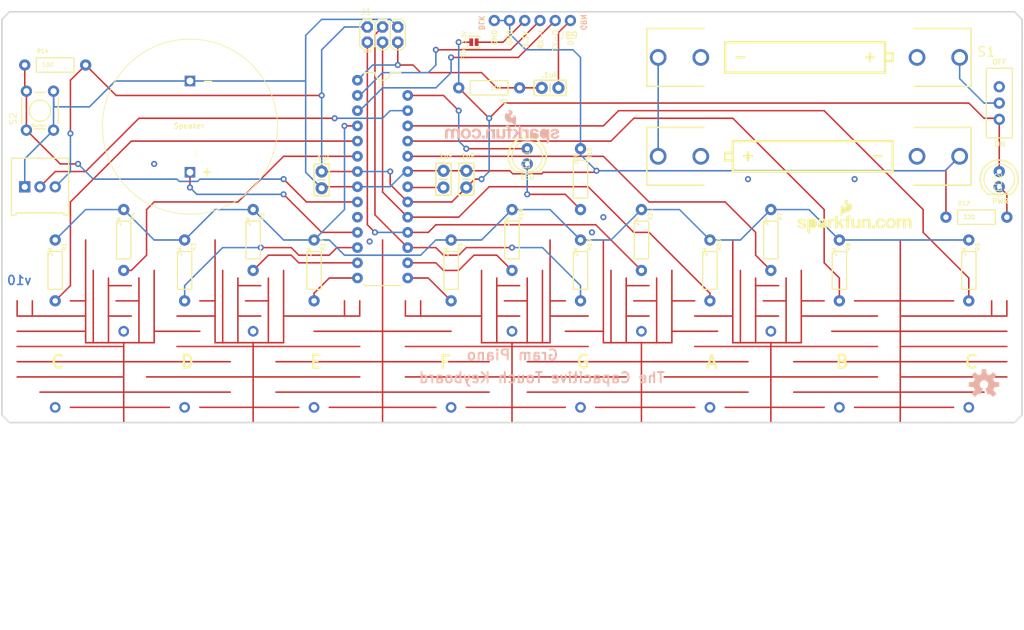
<source format=kicad_pcb>
(kicad_pcb (version 20211014) (generator pcbnew)
  (layers (0 "F.Cu" signal) (31 "B.Cu" signal) (34 "B.Paste" user) (35 "F.Paste" user) (36 "B.SilkS" user "B.Silkscreen") (37 "F.SilkS" user "F.Silkscreen") (38 "B.Mask" user) (39 "F.Mask" user) (44 "Edge.Cuts" user))
  (net 0 "")
  (net 1 "GND")
  (net 2 "AREF")
  (net 3 "RESET")
  (net 4 "SCK")
  (net 5 "MISO")
  (net 6 "MOSI")
  (net 7 "RX-I")
  (net 8 "TX-O")
  (net 9 "DTR")
  (net 10 "D6")
  (net 11 "D10")
  (net 12 "D9")
  (net 13 "D8")
  (net 14 "D7")
  (net 15 "D3")
  (net 16 "A0")
  (net 17 "A1")
  (net 18 "A2")
  (net 19 "D4")
  (net 20 "D2")
  (net 21 "VBATT")
  (net 22 "A3")
  (net 23 "A4")
  (net 24 "N$5")
  (net 25 "N$3")
  (net 26 "SPEAKER")
  (net 27 "BUTTON")
  (net 28 "3.3V")
  (net 29 "N$1")
  (net 30 "JP3.3")
  (net 31 "N$2")
  (footprint "boardEagle:AXIAL-0.4" (layer "F.Cu") (at 144.691286 83.4136 180)
    (fp_text reference "R2")
    (fp_text value "10K")
  )
  (footprint "boardEagle:PCB_MOUNT_SPEAKER" (layer "F.Cu") (at 94.780286 89.8906 90)
    (fp_text reference "SP1")
    (fp_text value "SPEAKERPCB_MOUNT")
  )
  (footprint "boardEagle:AXIAL-0.4" (layer "F.Cu") (at 93.891286 113.8936 -90)
    (fp_text reference "R3")
    (fp_text value "2M")
  )
  (footprint "boardEagle:AXIAL-0.4" (layer "F.Cu") (at 83.731286 108.8136 -90)
    (fp_text reference "R4")
    (fp_text value "2M")
  )
  (footprint "boardEagle:CAP-PTH-SMALL-KIT" (layer "F.Cu") (at 137.071286 98.6536 -90)
    (fp_text reference "C1" hide)
    (fp_text value "0.1uF" hide)
  )
  (footprint "boardEagle:CAP-PTH-SMALL-KIT" (layer "F.Cu") (at 140.881286 98.6536 90)
    (fp_text reference "C10" hide)
    (fp_text value "0.1uF" hide)
  )
  (footprint "boardEagle:STAND-OFF" (layer "F.Cu") (at 65.951286 136.7536)
    (fp_text reference "STANDOFF3" hide)
    (fp_text value "STAND-OFF" hide)
  )
  (footprint "boardEagle:AXIAL-0.4" (layer "F.Cu") (at 148.501286 108.8136 -90)
    (fp_text reference "R18")
    (fp_text value "2M")
  )
  (footprint "boardEagle:AXIAL-0.4" (layer "F.Cu") (at 170.091286 108.8136 -90)
    (fp_text reference "R21")
    (fp_text value "2M")
  )
  (footprint "boardEagle:STAND-OFF" (layer "F.Cu") (at 231.051286 73.2536)
    (fp_text reference "STANDOFF1" hide)
    (fp_text value "STAND-OFF" hide)
  )
  (footprint "boardEagle:3386U" (layer "F.Cu") (at 69.761286 99.9236)
    (fp_text reference "R11" hide)
    (fp_text value "TRIMPOT-PTH-KNOB" hide)
  )
  (footprint "boardEagle:SFE-NEW-WEBLOGO" (layer "F.Cu") (at 196.126286 107.7976)
    (fp_text reference "LOGO1" hide)
    (fp_text value "LOGO-SFENEW" hide)
  )
  (footprint "boardEagle:AXIAL-0.4" (layer "F.Cu") (at 181.521286 113.8936 -90)
    (fp_text reference "R20")
    (fp_text value "2M")
  )
  (footprint "boardEagle:AXIAL-0.4" (layer "F.Cu") (at 72.301286 79.6036)
    (fp_text reference "R14")
    (fp_text value "10K")
  )
  (footprint "boardEagle:SWITCH-SPDT_KIT" (layer "F.Cu") (at 229.781286 85.9536)
    (fp_text reference "S1")
    (fp_text value "")
  )
  (footprint "boardEagle:AXIAL-0.4" (layer "F.Cu") (at 203.111286 113.8936 -90)
    (fp_text reference "R8")
    (fp_text value "2M")
  )
  (footprint "boardEagle:AXIAL-0.4" (layer "F.Cu") (at 138.341286 113.8936 -90)
    (fp_text reference "R6")
    (fp_text value "2M")
  )
  (footprint "boardEagle:STAND-OFF" (layer "F.Cu") (at 65.951286 73.2536)
    (fp_text reference "STANDOFF4" hide)
    (fp_text value "STAND-OFF" hide)
  )
  (footprint "boardEagle:AXIAL-0.4" (layer "F.Cu") (at 191.681286 108.8136 -90)
    (fp_text reference "R7")
    (fp_text value "2M")
  )
  (footprint "boardEagle:BATTERY-AA-KIT" (layer "F.Cu") (at 198.031286 94.8436)
    (fp_text reference "BAT2" hide)
    (fp_text value "" hide)
  )
  (footprint "boardEagle:TACTILE-PTH" (layer "F.Cu") (at 69.761286 87.2236 90)
    (fp_text reference "S2")
    (fp_text value "" hide)
  )
  (footprint "boardEagle:AXIAL-0.4" (layer "F.Cu") (at 225.971286 105.0036)
    (fp_text reference "R12")
    (fp_text value "330")
  )
  (footprint "boardEagle:AXIAL-0.4" (layer "F.Cu") (at 159.931286 98.6536 -90)
    (fp_text reference "R10")
    (fp_text value "330")
  )
  (footprint "boardEagle:AXIAL-0.4" (layer "F.Cu") (at 72.301286 113.8936 -90)
    (fp_text reference "R1")
    (fp_text value "2M")
  )
  (footprint "boardEagle:CAP-PTH-SMALL-KIT" (layer "F.Cu") (at 154.851286 83.4136 180)
    (fp_text reference "C2" hide)
    (fp_text value "0.1uF" hide)
  )
  (footprint "boardEagle:LED5MM-KIT" (layer "F.Cu") (at 151.041286 94.8436 -90)
    (fp_text reference "LED1")
    (fp_text value "Red")
  )
  (footprint "boardEagle:AXIAL-0.4" (layer "F.Cu") (at 105.321286 108.8136 -90)
    (fp_text reference "R5")
    (fp_text value "2M")
  )
  (footprint "boardEagle:CAP-PTH-SMALL-KIT" (layer "F.Cu") (at 116.751286 98.7806 90)
    (fp_text reference "C3" hide)
    (fp_text value "0.1uF" hide)
  )
  (footprint "boardEagle:AXIAL-0.4" (layer "F.Cu") (at 159.931286 113.8936 -90)
    (fp_text reference "R19")
    (fp_text value "2M")
  )
  (footprint "boardEagle:1X06-KIT" (layer "F.Cu") (at 158.249286 72.1746 180)
    (fp_text reference "JP9")
    (fp_text value "Program")
  )
  (footprint "boardEagle:DIL28-EZ" (layer "F.Cu") (at 126.911286 98.6536 -90)
    (fp_text reference "U3")
    (fp_text value "ATMEGA328P_PDIP_EZ")
  )
  (footprint "boardEagle:AXIAL-0.4" (layer "F.Cu") (at 224.701286 113.8936 -90)
    (fp_text reference "R9")
    (fp_text value "2M")
  )
  (footprint "boardEagle:CREATIVE_COMMONS" (layer "F.Cu") (at 130.721286 172.3136)
    (fp_text reference "FRAME2" hide)
    (fp_text value "FRAME-LETTER" hide)
  )
  (footprint "boardEagle:2X3" (layer "F.Cu") (at 124.371286 75.7936)
    (fp_text reference "J1")
    (fp_text value "AVR_SPI_PRG_6PTH")
  )
  (footprint "boardEagle:BATTERY-AA-KIT" (layer "F.Cu") (at 198.031286 78.3336 180)
    (fp_text reference "BAT1" hide)
    (fp_text value "" hide)
  )
  (footprint "boardEagle:LED5MM-KIT" (layer "F.Cu") (at 229.781286 98.6536 -90)
    (fp_text reference "LED2")
    (fp_text value "Red")
  )
  (footprint "boardEagle:STAND-OFF" (layer "F.Cu") (at 231.051286 136.7536)
    (fp_text reference "STANDOFF2" hide)
    (fp_text value "STAND-OFF" hide)
  )
  (footprint "boardEagle:AXIAL-0.4" (layer "F.Cu") (at 115.481286 113.8936 -90)
    (fp_text reference "R17")
    (fp_text value "2M")
  )
  (footprint "boardEagle:SJ_2S-NO" (layer "F.Cu") (at 142.151286 75.7936)
    (fp_text reference "JP1")
    (fp_text value "")
  )
  (footprint "boardEagle:OSHW-LOGO-M" (layer "B.Cu") (at 227.241286 132.9436 180)
    (fp_text reference "LOGO3" hide)
    (fp_text value "OSHW-LOGOM" hide)
  )
  (footprint "boardEagle:SFE-NEW-WEBLOGO" (layer "B.Cu") (at 156.375286 92.8116 180)
    (fp_text reference "LOGO2" hide)
    (fp_text value "LOGO-SFENEW" hide)
  )
  (gr_line (start 232.320914 70.7136) (end 64.681286 70.7136) (layer "Edge.Cuts") (width 0.254))
  (gr_line (start 233.571654 138.029157) (end 233.590914 71.98876) (layer "Edge.Cuts") (width 0.254))
  (gr_line (start 64.681286 139.2936) (end 232.301501 139.2936) (layer "Edge.Cuts") (width 0.254))
  (gr_line (start 233.590914 71.98876) (end 232.320914 70.7136) (layer "Edge.Cuts") (width 0.254))
  (gr_line (start 63.411286 138.0236) (end 64.681286 139.2936) (layer "Edge.Cuts") (width 0.254))
  (gr_line (start 64.681286 70.7136) (end 63.411286 71.9836) (layer "Edge.Cuts") (width 0.254))
  (gr_line (start 232.301501 139.2936) (end 233.571654 138.029157) (layer "Edge.Cuts") (width 0.254))
  (gr_line (start 63.411286 71.9836) (end 63.411286 138.0236) (layer "Edge.Cuts") (width 0.254))
  (gr_text "v10" (at 68.491286 116.4336) (layer "B.Cu") (effects (font (size 1.5113 1.5113) (thickness 0.2667)) (justify left bottom mirror)))
  (gr_text "The Capacitive Touch Keyboard" (at 174.155286 132.8166) (layer "B.SilkS") (effects (font (size 1.7272 1.7272) (thickness 0.3048)) (justify left bottom mirror)))
  (gr_text "GRN" (at 159.931286 73.8886 -90) (layer "B.SilkS") (effects (font (size 0.8636 0.8636) (thickness 0.1524)) (justify left bottom mirror)))
  (gr_text "Gram Piano" (at 156.375286 129.0066) (layer "B.SilkS") (effects (font (size 1.7272 1.7272) (thickness 0.3048)) (justify left bottom mirror)))
  (gr_text "BLK" (at 142.913286 73.8886 -90) (layer "B.SilkS") (effects (font (size 0.8636 0.8636) (thickness 0.1524)) (justify left bottom mirror)))
  (gr_text "OFF" (at 228.511286 79.6036) (layer "F.SilkS") (effects (font (size 0.8636 0.8636) (thickness 0.1524)) (justify left bottom)))
  (gr_text "DTR" (at 158.788286 76.4286 90) (layer "F.SilkS") (effects (font (size 0.8636 0.8636) (thickness 0.1524)) (justify left bottom)))
  (gr_text ".1uF" (at 115.481286 95.6056) (layer "F.SilkS") (effects (font (size 0.8636 0.8636) (thickness 0.1524)) (justify left bottom)))
  (gr_text "GRN" (at 160.947286 73.8886 90) (layer "F.SilkS") (effects (font (size 0.8636 0.8636) (thickness 0.1524)) (justify left bottom)))
  (gr_text "ON" (at 228.892286 93.3196) (layer "F.SilkS") (effects (font (size 0.8636 0.8636) (thickness 0.1524)) (justify left bottom)))
  (gr_text "A" (at 180.632286 130.4036) (layer "F.SilkS") (effects (font (size 2.159 2.159) (thickness 0.381)) (justify left bottom)))
  (gr_text "G" (at 159.042286 130.4036) (layer "F.SilkS") (effects (font (size 2.159 2.159) (thickness 0.381)) (justify left bottom)))
  (gr_text "E" (at 114.592286 130.4036) (layer "F.SilkS") (effects (font (size 2.159 2.159) (thickness 0.381)) (justify left bottom)))
  (gr_text "3.3V" (at 151.295286 76.8731 90) (layer "F.SilkS") (effects (font (size 0.8636 0.8636) (thickness 0.1524)) (justify left bottom)))
  (gr_text "F" (at 136.182286 130.5306) (layer "F.SilkS") (effects (font (size 2.159 2.159) (thickness 0.381)) (justify left bottom)))
  (gr_text "D" (at 93.002286 130.4036) (layer "F.SilkS") (effects (font (size 2.159 2.159) (thickness 0.381)) (justify left bottom)))
  (gr_text "+" (at 96.558286 98.2726) (layer "F.SilkS") (effects (font (size 1.5113 1.5113) (thickness 0.2667)) (justify left bottom)))
  (gr_text "B" (at 202.222286 130.4036) (layer "F.SilkS") (effects (font (size 2.159 2.159) (thickness 0.381)) (justify left bottom)))
  (gr_text "Button" (at 68.364286 90.0176) (layer "F.SilkS") (effects (font (size 0.51816 0.51816) (thickness 0.09144)) (justify left bottom)))
  (gr_text ".1uF" (at 153.327286 81.7626) (layer "F.SilkS") (effects (font (size 0.8636 0.8636) (thickness 0.1524)) (justify left bottom)))
  (gr_text "GND" (at 146.088286 76.4286 90) (layer "F.SilkS") (effects (font (size 0.8636 0.8636) (thickness 0.1524)) (justify left bottom)))
  (gr_text "C" (at 223.812286 130.4036) (layer "F.SilkS") (effects (font (size 2.159 2.159) (thickness 0.381)) (justify left bottom)))
  (gr_text "BLK" (at 143.929286 73.8886 90) (layer "F.SilkS") (effects (font (size 0.8636 0.8636) (thickness 0.1524)) (justify left bottom)))
  (gr_text "Speaker" (at 91.986286 90.2716) (layer "F.SilkS") (effects (font (size 0.8636 0.8636) (thickness 0.1524)) (justify left bottom)))
  (gr_text "-" (at 96.685286 83.1596) (layer "F.SilkS") (effects (font (size 1.5113 1.5113) (thickness 0.2667)) (justify left bottom)))
  (gr_text "TX-O" (at 156.248286 77.3176 90) (layer "F.SilkS") (effects (font (size 0.8636 0.8636) (thickness 0.1524)) (justify left bottom)))
  (gr_text "PWR" (at 228.511286 102.8446) (layer "F.SilkS") (effects (font (size 0.8636 0.8636) (thickness 0.1524)) (justify left bottom)))
  (gr_text ".1uF" (at 139.484286 95.3516) (layer "F.SilkS") (effects (font (size 0.8636 0.8636) (thickness 0.1524)) (justify left bottom)))
  (gr_text "GND" (at 148.628286 76.4286 90) (layer "F.SilkS") (effects (font (size 0.8636 0.8636) (thickness 0.1524)) (justify left bottom)))
  (gr_text "LED" (at 149.771286 98.7806) (layer "F.SilkS") (effects (font (size 0.8636 0.8636) (thickness 0.1524)) (justify left bottom)))
  (gr_text "C" (at 71.412286 130.4036) (layer "F.SilkS") (effects (font (size 2.159 2.159) (thickness 0.381)) (justify left bottom)))
  (gr_text "FTDI 3.3V" (at 140.881286 78.8416 90) (layer "F.SilkS") (effects (font (size 0.69088 0.69088) (thickness 0.12192)) (justify left bottom)))
  (gr_text ".1uF" (at 135.801286 95.3516) (layer "F.SilkS") (effects (font (size 0.8636 0.8636) (thickness 0.1524)) (justify left bottom)))
  (gr_text "RX-I" (at 153.835286 77.0636 90) (layer "F.SilkS") (effects (font (size 0.8636 0.8636) (thickness 0.1524)) (justify left bottom)))
  (segment (start 153.581286 125.9586) (end 151.041286 125.9586) (width 0.254) (layer "F.Cu") (net 1))
  (segment (start 163.741286 124.0536) (end 163.741286 108.8136) (width 0.254) (layer "F.Cu") (net 1))
  (segment (start 163.741286 124.0536) (end 163.741286 125.9586) (width 0.254) (layer "F.Cu") (net 1))
  (segment (start 191.681286 126.5936) (end 178.981286 126.5936) (width 0.254) (layer "F.Cu") (net 1))
  (segment (start 110.401286 121.5136) (end 110.401286 113.8936) (width 0.254) (layer "F.Cu") (net 1))
  (segment (start 189.141286 115.1636) (end 189.141286 116.4336) (width 0.254) (layer "F.Cu") (net 1))
  (segment (start 77.381286 118.9736) (end 74.841286 118.9736) (width 0.254) (layer "F.Cu") (net 1))
  (segment (start 77.381286 121.5136) (end 77.381286 124.0536) (width 0.254) (layer "F.Cu") (net 1))
  (segment (start 107.861286 118.9736) (end 104.051286 118.9736) (width 0.254) (layer "F.Cu") (net 1))
  (segment (start 98.971286 108.8136) (end 98.971286 118.9736) (width 0.254) (layer "F.Cu") (net 1))
  (segment (start 213.271286 118.9736) (end 205.651286 118.9736) (width 0.254) (layer "F.Cu") (net 1))
  (segment (start 68.491286 121.5136) (end 65.951286 121.5136) (width 0.254) (layer "F.Cu") (net 1))
  (segment (start 105.321286 136.7536) (end 112.941286 136.7536) (width 0.254) (layer "F.Cu") (net 1))
  (segment (start 98.971286 118.9736) (end 98.971286 121.5136) (width 0.254) (layer "F.Cu") (net 1))
  (segment (start 191.681286 136.7536) (end 191.681286 139.2936) (width 0.254) (layer "F.Cu") (net 1))
  (segment (start 185.331286 125.9586) (end 186.601286 125.9586) (width 0.254) (layer "F.Cu") (net 1))
  (segment (start 170.091286 136.7536) (end 162.471286 136.7536) (width 0.254) (layer "F.Cu") (net 1))
  (segment (start 77.381286 121.5136) (end 68.491286 121.5136) (width 0.254) (layer "F.Cu") (net 1))
  (segment (start 65.951286 121.5136) (end 65.951286 118.9736) (width 0.254) (layer "F.Cu") (net 1))
  (segment (start 228.511286 121.5136) (end 231.051286 121.5136) (width 0.254) (layer "F.Cu") (net 1))
  (segment (start 143.421286 125.9586) (end 143.421286 121.5136) (width 0.254) (layer "F.Cu") (net 1))
  (segment (start 83.731286 129.1336) (end 83.731286 131.6736) (width 0.254) (layer "F.Cu") (net 1))
  (segment (start 172.631286 118.9736) (end 172.631286 125.9586) (width 0.254) (layer "F.Cu") (net 1))
  (segment (start 196.761286 118.9736) (end 196.761286 121.5136) (width 0.254) (layer "F.Cu") (net 1))
  (segment (start 148.501286 136.7536) (end 148.501286 139.2936) (width 0.254) (layer "F.Cu") (net 1))
  (segment (start 126.911286 136.7536) (end 126.911286 139.2936) (width 0.254) (layer "F.Cu") (net 1))
  (segment (start 126.911286 136.7536) (end 118.021286 136.7536) (width 0.254) (layer "F.Cu") (net 1))
  (segment (start 110.401286 121.5136) (end 120.561286 121.5136) (width 0.254) (layer "F.Cu") (net 1))
  (segment (start 126.911286 124.0536) (end 115.481286 124.0536) (width 0.254) (layer "F.Cu") (net 1))
  (segment (start 172.631286 125.9586) (end 175.171286 125.9586) (width 0.254) (layer "F.Cu") (net 1))
  (segment (start 194.221286 125.9586) (end 194.221286 118.9736) (width 0.254) (layer "F.Cu") (net 1))
  (segment (start 98.971286 121.5136) (end 92.621286 121.5136) (width 0.254) (layer "F.Cu") (net 1))
  (segment (start 105.321286 126.5936) (end 92.621286 126.5936) (width 0.254) (layer "F.Cu") (net 1))
  (segment (start 194.221286 118.9736) (end 194.221286 115.1636) (width 0.254) (layer "F.Cu") (net 1))
  (segment (start 83.731286 129.1336) (end 65.951286 129.1336) (width 0.254) (layer "F.Cu") (net 1))
  (segment (start 191.681286 136.7536) (end 200.571286 136.7536) (width 0.254) (layer "F.Cu") (net 1))
  (segment (start 123.101286 121.5136) (end 123.101286 118.9736) (width 0.254) (layer "F.Cu") (net 1))
  (segment (start 102.781286 125.9586) (end 105.321286 125.9586) (width 0.254) (layer "F.Cu") (net 1))
  (segment (start 105.321286 136.7536) (end 96.431286 136.7536) (width 0.254) (layer "F.Cu") (net 1))
  (segment (start 86.271286 118.9736) (end 86.271286 115.1636) (width 0.254) (layer "F.Cu") (net 1))
  (segment (start 130.721286 121.5136) (end 130.721286 118.9736) (width 0.254) (layer "F.Cu") (net 1))
  (segment (start 167.551286 125.9586) (end 170.091286 125.9586) (width 0.254) (layer "F.Cu") (net 1))
  (segment (start 86.271286 125.9586) (end 86.271286 118.9736) (width 0.254) (layer "F.Cu") (net 1))
  (segment (start 131.229286 97.2566) (end 131.102286 97.3836) (width 0.254) (layer "F.Cu") (net 1))
  (segment (start 83.731286 126.5936) (end 65.951286 126.5936) (width 0.254) (layer "F.Cu") (net 1))
  (segment (start 77.381286 118.9736) (end 77.381286 121.5136) (width 0.254) (layer "F.Cu") (net 1))
  (segment (start 145.961286 121.5136) (end 149.771286 121.5136) (width 0.254) (layer "F.Cu") (net 1))
  (segment (start 189.141286 125.9586) (end 191.681286 125.9586) (width 0.254) (layer "F.Cu") (net 1))
  (segment (start 170.091286 134.2136) (end 151.041286 134.2136) (width 0.254) (layer "F.Cu") (net 1))
  (segment (start 77.381286 124.0536) (end 65.951286 124.0536) (width 0.254) (layer "F.Cu") (net 1))
  (segment (start 170.091286 125.9586) (end 170.091286 129.1336) (width 0.254) (layer "F.Cu") (net 1))
  (segment (start 105.321286 136.7536) (end 105.321286 139.2936) (width 0.254) (layer "F.Cu") (net 1))
  (segment (start 213.271286 136.7536) (end 213.271286 139.2936) (width 0.254) (layer "F.Cu") (net 1))
  (segment (start 81.191286 116.4336) (end 81.191286 115.1636) (width 0.254) (layer "F.Cu") (net 1))
  (segment (start 81.191286 125.9586) (end 81.191286 121.5136) (width 0.254) (layer "F.Cu") (net 1))
  (segment (start 148.501286 126.5936) (end 130.721286 126.5936) (width 0.254) (layer "F.Cu") (net 1))
  (segment (start 165.011286 125.9586) (end 165.011286 113.8936) (width 0.254) (layer "F.Cu") (net 1))
  (segment (start 170.091286 129.1336) (end 151.041286 129.1336) (width 0.254) (layer "F.Cu") (net 1))
  (segment (start 105.321286 131.6736) (end 105.321286 136.7536) (width 0.254) (layer "F.Cu") (net 1))
  (segment (start 83.731286 136.7536) (end 91.351286 136.7536) (width 0.254) (layer "F.Cu") (net 1))
  (segment (start 148.501286 126.5936) (end 148.501286 131.6736) (width 0.254) (layer "F.Cu") (net 1))
  (segment (start 213.271286 129.1336) (end 195.491286 129.1336) (width 0.254) (layer "F.Cu") (net 1))
  (segment (start 133.261286 121.5136) (end 133.261286 118.9736) (width 0.254) (layer "F.Cu") (net 1))
  (segment (start 77.381286 108.8136) (end 77.381286 118.9736) (width 0.254) (layer "F.Cu") (net 1))
  (segment (start 88.811286 124.0536) (end 96.431286 124.0536) (width 0.254) (layer "F.Cu") (net 1))
  (segment (start 213.271286 129.1336) (end 231.051286 129.1336) (width 0.254) (layer "F.Cu") (net 1))
  (segment (start 151.041286 118.9736) (end 147.231286 118.9736) (width 0.254) (layer "F.Cu") (net 1))
  (segment (start 83.731286 126.5936) (end 83.731286 129.1336) (width 0.254) (layer "F.Cu") (net 1))
  (segment (start 137.071286 97.2566) (end 131.229286 97.2566) (width 0.254) (layer "F.Cu") (net 1))
  (segment (start 81.191286 116.4336) (end 85.001286 116.4336) (width 0.254) (layer "F.Cu") (net 1))
  (segment (start 83.731286 129.1336) (end 101.511286 129.1336) (width 0.254) (layer "F.Cu") (net 1))
  (segment (start 143.421286 125.9586) (end 145.961286 125.9586) (width 0.254) (layer "F.Cu") (net 1))
  (segment (start 213.271286 124.0536) (end 201.841286 124.0536) (width 0.254) (layer "F.Cu") (net 1))
  (segment (start 83.731286 136.7536) (end 74.841286 136.7536) (width 0.254) (layer "F.Cu") (net 1))
  (segment (start 148.501286 131.6736) (end 167.551286 131.6736) (width 0.254) (layer "F.Cu") (net 1))
  (segment (start 105.321286 131.6736) (end 123.101286 131.6736) (width 0.254) (layer "F.Cu") (net 1))
  (segment (start 86.271286 125.9586) (end 88.811286 125.9586) (width 0.254) (layer "F.Cu") (net 1))
  (segment (start 213.271286 129.1336) (end 213.271286 131.6736) (width 0.254) (layer "F.Cu") (net 1))
  (segment (start 185.331286 125.9586) (end 185.331286 121.5136) (width 0.254) (layer "F.Cu") (net 1))
  (segment (start 83.731286 134.2136) (end 101.511286 134.2136) (width 0.254) (layer "F.Cu") (net 1))
  (segment (start 122.720286 99.9236) (end 117.005286 99.9236) (width 0.254) (layer "F.Cu") (net 1))
  (segment (start 105.321286 126.5936) (end 123.101286 126.5936) (width 0.254) (layer "F.Cu") (net 1))
  (segment (start 100.241286 125.9586) (end 102.781286 125.9586) (width 0.254) (layer "F.Cu") (net 1))
  (segment (start 145.961286 125.9586) (end 145.961286 121.5136) (width 0.254) (layer "F.Cu") (net 1))
  (segment (start 148.501286 131.6736) (end 130.721286 131.6736) (width 0.254) (layer "F.Cu") (net 1))
  (segment (start 189.141286 121.5136) (end 192.951286 121.5136) (width 0.254) (layer "F.Cu") (net 1))
  (segment (start 191.681286 125.9586) (end 191.681286 126.5936) (width 0.254) (layer "F.Cu") (net 1))
  (segment (start 98.971286 125.9586) (end 100.241286 125.9586) (width 0.254) (layer "F.Cu") (net 1))
  (segment (start 165.011286 125.9586) (end 167.551286 125.9586) (width 0.254) (layer "F.Cu") (net 1))
  (segment (start 194.221286 125.9586) (end 196.761286 125.9586) (width 0.254) (layer "F.Cu") (net 1))
  (segment (start 213.271286 134.2136) (end 227.241286 134.2136) (width 0.254) (layer "F.Cu") (net 1))
  (segment (start 83.731286 125.9586) (end 83.731286 126.5936) (width 0.254) (layer "F.Cu") (net 1))
  (segment (start 77.381286 124.0536) (end 77.381286 125.9586) (width 0.254) (layer "F.Cu") (net 1))
  (segment (start 175.171286 118.9736) (end 178.981286 118.9736) (width 0.254) (layer "F.Cu") (net 1))
  (segment (start 81.191286 121.5136) (end 85.001286 121.5136) (width 0.254) (layer "F.Cu") (net 1))
  (segment (start 191.681286 131.6736) (end 173.901286 131.6736) (width 0.254) (layer "F.Cu") (net 1))
  (segment (start 145.961286 125.9586) (end 148.501286 125.9586) (width 0.254) (layer "F.Cu") (net 1))
  (segment (start 154.851286 121.5136) (end 154.851286 125.9586) (width 0.254) (layer "F.Cu") (net 1))
  (segment (start 213.271286 134.2136) (end 195.491286 134.2136) (width 0.254) (layer "F.Cu") (net 1))
  (segment (start 189.141286 116.4336) (end 192.951286 116.4336) (width 0.254) (layer "F.Cu") (net 1))
  (segment (start 83.731286 134.2136) (end 69.761286 134.2136) (width 0.254) (layer "F.Cu") (net 1))
  (segment (start 88.811286 124.0536) (end 88.811286 113.8936) (width 0.254) (layer "F.Cu") (net 1))
  (segment (start 105.321286 126.5936) (end 105.321286 131.6736) (width 0.254) (layer "F.Cu") (net 1))
  (segment (start 196.761286 121.5136) (end 196.761286 125.9586) (width 0.254) (layer "F.Cu") (net 1))
  (segment (start 126.911286 129.1336) (end 144.691286 129.1336) (width 0.254) (layer "F.Cu") (net 1))
  (segment (start 110.401286 125.9586) (end 110.401286 121.5136) (width 0.254) (layer "F.Cu") (net 1))
  (segment (start 213.271286 126.5936) (end 213.271286 129.1336) (width 0.254) (layer "F.Cu") (net 1))
  (segment (start 81.191286 125.9586) (end 83.731286 125.9586) (width 0.254) (layer "F.Cu") (net 1))
  (segment (start 154.851286 118.9736) (end 154.851286 121.5136) (width 0.254) (layer "F.Cu") (net 1))
  (segment (start 228.511286 121.5136) (end 228.511286 118.9736) (width 0.254) (layer "F.Cu") (net 1))
  (segment (start 186.601286 125.9586) (end 189.141286 125.9586) (width 0.254) (layer "F.Cu") (net 1))
  (segment (start 167.551286 121.5136) (end 167.551286 125.9586) (width 0.254) (layer "F.Cu") (net 1))
  (segment (start 191.681286 131.6736) (end 209.461286 131.6736) (width 0.254) (layer "F.Cu") (net 1))
  (segment (start 170.091286 125.9586) (end 172.631286 125.9586) (width 0.254) (layer "F.Cu") (net 1))
  (segment (start 191.681286 126.5936) (end 209.461286 126.5936) (width 0.254) (layer "F.Cu") (net 1))
  (segment (start 102.781286 125.9586) (end 102.781286 121.5136) (width 0.254) (layer "F.Cu") (net 1))
  (segment (start 148.501286 126.5936) (end 161.201286 126.5936) (width 0.254) (layer "F.Cu") (net 1))
  (segment (start 213.271286 118.9736) (end 222.161286 118.9736) (width 0.254) (layer "F.Cu") (net 1))
  (segment (start 107.861286 125.9586) (end 110.401286 125.9586) (width 0.254) (layer "F.Cu") (net 1))
  (segment (start 143.421286 121.5136) (end 143.421286 113.8936) (width 0.254) (layer "F.Cu") (net 1))
  (segment (start 196.761286 113.8936) (end 196.761286 118.9736) (width 0.254) (layer "F.Cu") (net 1))
  (segment (start 105.321286 125.9586) (end 105.321286 126.5936) (width 0.254) (layer "F.Cu") (net 1))
  (segment (start 77.381286 125.9586) (end 78.651286 125.9586) (width 0.254) (layer "F.Cu") (net 1))
  (segment (start 213.271286 121.5136) (end 213.271286 124.0536) (width 0.254) (layer "F.Cu") (net 1))
  (segment (start 148.628286 97.7646) (end 153.454286 97.7646) (width 0.254) (layer "F.Cu") (net 1))
  (segment (start 83.731286 125.9586) (end 86.271286 125.9586) (width 0.254) (layer "F.Cu") (net 1))
  (segment (start 126.911286 124.0536) (end 126.911286 129.1336) (width 0.254) (layer "F.Cu") (net 1))
  (segment (start 163.741286 125.9586) (end 165.011286 125.9586) (width 0.254) (layer "F.Cu") (net 1))
  (segment (start 213.271286 124.0536) (end 231.051286 124.0536) (width 0.254) (layer "F.Cu") (net 1))
  (segment (start 167.551286 121.5136) (end 171.361286 121.5136) (width 0.254) (layer "F.Cu") (net 1))
  (segment (start 189.141286 116.4336) (end 189.141286 121.5136) (width 0.254) (layer "F.Cu") (net 1))
  (segment (start 100.241286 125.9586) (end 100.241286 113.8936) (width 0.254) (layer "F.Cu") (net 1))
  (segment (start 231.051286 121.5136) (end 231.051286 118.9736) (width 0.254) (layer "F.Cu") (net 1))
  (segment (start 167.551286 116.4336) (end 167.551286 121.5136) (width 0.254) (layer "F.Cu") (net 1))
  (segment (start 81.191286 121.5136) (end 81.191286 116.4336) (width 0.254) (layer "F.Cu") (net 1))
  (segment (start 175.171286 124.0536) (end 182.791286 124.0536) (width 0.254) (layer "F.Cu") (net 1))
  (segment (start 189.141286 121.5136) (end 189.141286 125.9586) (width 0.254) (layer "F.Cu") (net 1))
  (segment (start 126.911286 129.1336) (end 109.131286 129.1336) (width 0.254) (layer "F.Cu") (net 1))
  (segment (start 167.551286 115.1636) (end 167.551286 116.4336) (width 0.254) (layer "F.Cu") (net 1))
  (segment (start 175.171286 124.0536) (end 175.171286 118.9736) (width 0.254) (layer "F.Cu") (net 1))
  (segment (start 145.961286 116.4336) (end 145.961286 115.1636) (width 0.254) (layer "F.Cu") (net 1))
  (segment (start 175.171286 118.9736) (end 175.171286 113.8936) (width 0.254) (layer "F.Cu") (net 1))
  (segment (start 191.681286 131.6736) (end 191.681286 136.7536) (width 0.254) (layer "F.Cu") (net 1))
  (segment (start 78.651286 125.9586) (end 81.191286 125.9586) (width 0.254) (layer "F.Cu") (net 1))
  (segment (start 170.091286 136.7536) (end 170.091286 139.2936) (width 0.254) (layer "F.Cu") (net 1))
  (segment (start 143.421286 121.5136) (end 133.261286 121.5136) (width 0.254) (layer "F.Cu") (net 1))
  (segment (start 102.781286 116.4336) (end 106.591286 116.4336) (width 0.254) (layer "F.Cu") (net 1))
  (segment (start 83.731286 131.6736) (end 83.731286 134.2136) (width 0.254) (layer "F.Cu") (net 1))
  (segment (start 151.041286 118.9736) (end 151.041286 125.9586) (width 0.254) (layer "F.Cu") (net 1))
  (segment (start 170.091286 136.7536) (end 178.981286 136.7536) (width 0.254) (layer "F.Cu") (net 1))
  (segment (start 148.501286 125.9586) (end 148.501286 126.5936) (width 0.254) (layer "F.Cu") (net 1))
  (segment (start 107.861286 125.9586) (end 107.861286 118.9736) (width 0.254) (layer "F.Cu") (net 1))
  (segment (start 78.651286 125.9586) (end 78.651286 113.8936) (width 0.254) (layer "F.Cu") (net 1))
  (segment (start 213.271286 108.8136) (end 213.271286 118.9736) (width 0.254) (layer "F.Cu") (net 1))
  (segment (start 213.271286 126.5936) (end 231.051286 126.5936) (width 0.254) (layer "F.Cu") (net 1))
  (segment (start 167.551286 116.4336) (end 171.361286 116.4336) (width 0.254) (layer "F.Cu") (net 1))
  (segment (start 83.731286 136.7536) (end 83.731286 139.2936) (width 0.254) (layer "F.Cu") (net 1))
  (segment (start 172.631286 115.1636) (end 172.631286 118.9736) (width 0.254) (layer "F.Cu") (net 1))
  (segment (start 107.861286 118.9736) (end 107.861286 115.1636) (width 0.254) (layer "F.Cu") (net 1))
  (segment (start 154.851286 125.9586) (end 153.581286 125.9586) (width 0.254) (layer "F.Cu") (net 1))
  (segment (start 172.631286 118.9736) (end 168.821286 118.9736) (width 0.254) (layer "F.Cu") (net 1))
  (segment (start 191.681286 125.9586) (end 194.221286 125.9586) (width 0.254) (layer "F.Cu") (net 1))
  (segment (start 126.911286 134.2136) (end 144.691286 134.2136) (width 0.254) (layer "F.Cu") (net 1))
  (segment (start 148.501286 131.6736) (end 148.501286 136.7536) (width 0.254) (layer "F.Cu") (net 1))
  (segment (start 105.321286 125.9586) (end 107.861286 125.9586) (width 0.254) (layer "F.Cu") (net 1))
  (segment (start 126.911286 124.0536) (end 138.341286 124.0536) (width 0.254) (layer "F.Cu") (net 1))
  (segment (start 102.781286 116.4336) (end 102.781286 115.1636) (width 0.254) (layer "F.Cu") (net 1))
  (segment (start 83.731286 134.2136) (end 83.731286 136.7536) (width 0.254) (layer "F.Cu") (net 1))
  (segment (start 98.971286 118.9736) (end 96.431286 118.9736) (width 0.254) (layer "F.Cu") (net 1))
  (segment (start 133.261286 121.5136) (end 130.721286 121.5136) (width 0.254) (layer "F.Cu") (net 1))
  (segment (start 153.581286 125.9586) (end 153.581286 113.8936) (width 0.254) (layer "F.Cu") (net 1))
  (segment (start 126.911286 136.7536) (end 135.801286 136.7536) (width 0.254) (layer "F.Cu") (net 1))
  (segment (start 185.331286 121.5136) (end 185.331286 108.8136) (width 0.254) (layer "F.Cu") (net 1))
  (segment (start 170.091286 129.1336) (end 187.871286 129.1336) (width 0.254) (layer "F.Cu") (net 1))
  (segment (start 145.961286 121.5136) (end 145.961286 116.4336) (width 0.254) (layer "F.Cu") (net 1))
  (segment (start 220.891286 105.0036) (end 220.891286 97.1296) (width 0.254) (layer "F.Cu") (net 1))
  (segment (start 194.221286 118.9736) (end 190.411286 118.9736) (width 0.254) (layer "F.Cu") (net 1))
  (segment (start 213.271286 121.5136) (end 228.511286 121.5136) (width 0.254) (layer "F.Cu") (net 1))
  (segment (start 153.454286 97.7646) (end 153.708286 97.5106) (width 0.254) (layer "F.Cu") (net 1))
  (segment (start 105.321286 131.6736) (end 87.541286 131.6736) (width 0.254) (layer "F.Cu") (net 1))
  (segment (start 185.331286 121.5136) (end 178.981286 121.5136) (width 0.254) (layer "F.Cu") (net 1))
  (segment (start 126.911286 124.0536) (end 126.911286 108.8136) (width 0.254) (layer "F.Cu") (net 1))
  (segment (start 213.271286 136.7536) (end 205.651286 136.7536) (width 0.254) (layer "F.Cu") (net 1))
  (segment (start 170.091286 134.2136) (end 187.871286 134.2136) (width 0.254) (layer "F.Cu") (net 1))
  (segment (start 83.731286 131.6736) (end 65.951286 131.6736) (width 0.254) (layer "F.Cu") (net 1))
  (segment (start 196.761286 121.5136) (end 209.461286 121.5136) (width 0.254) (layer "F.Cu") (net 1))
  (segment (start 145.961286 116.4336) (end 149.771286 116.4336) (width 0.254) (layer "F.Cu") (net 1))
  (segment (start 148.120286 97.2566) (end 148.628286 97.7646) (width 0.254) (layer "F.Cu") (net 1))
  (segment (start 88.811286 125.9586) (end 88.811286 124.0536) (width 0.254) (layer "F.Cu") (net 1))
  (segment (start 170.091286 134.2136) (end 170.091286 136.7536) (width 0.254) (layer "F.Cu") (net 1))
  (segment (start 68.491286 121.5136) (end 68.491286 118.9736) (width 0.254) (layer "F.Cu") (net 1))
  (segment (start 148.501286 136.7536) (end 157.391286 136.7536) (width 0.254) (layer "F.Cu") (net 1))
  (segment (start 120.561286 121.5136) (end 120.561286 118.9736) (width 0.254) (layer "F.Cu") (net 1))
  (segment (start 213.271286 118.9736) (end 213.271286 121.5136) (width 0.254) (layer "F.Cu") (net 1))
  (segment (start 151.041286 125.9586) (end 148.501286 125.9586) (width 0.254) (layer "F.Cu") (net 1))
  (segment (start 191.681286 126.5936) (end 191.681286 131.6736) (width 0.254) (layer "F.Cu") (net 1))
  (segment (start 140.881286 97.2566) (end 137.071286 97.2566) (width 0.254) (layer "F.Cu") (net 1))
  (segment (start 86.271286 118.9736) (end 82.461286 118.9736) (width 0.254) (layer "F.Cu") (net 1))
  (segment (start 154.851286 118.9736) (end 157.391286 118.9736) (width 0.254) (layer "F.Cu") (net 1))
  (segment (start 162.344286 97.5106) (end 162.598286 97.2566) (width 0.254) (layer "F.Cu") (net 1))
  (segment (start 154.851286 121.5136) (end 161.201286 121.5136) (width 0.254) (layer "F.Cu") (net 1))
  (segment (start 186.601286 113.8936) (end 186.601286 125.9586) (width 0.254) (layer "F.Cu") (net 1))
  (segment (start 170.091286 129.1336) (end 170.091286 134.2136) (width 0.254) (layer "F.Cu") (net 1))
  (segment (start 213.271286 131.6736) (end 231.051286 131.6736) (width 0.254) (layer "F.Cu") (net 1))
  (segment (start 98.971286 121.5136) (end 98.971286 125.9586) (width 0.254) (layer "F.Cu") (net 1))
  (segment (start 126.911286 134.2136) (end 109.131286 134.2136) (width 0.254) (layer "F.Cu") (net 1))
  (segment (start 163.741286 124.0536) (end 157.391286 124.0536) (width 0.254) (layer "F.Cu") (net 1))
  (segment (start 154.851286 108.8136) (end 154.851286 118.9736) (width 0.254) (layer "F.Cu") (net 1))
  (segment (start 213.271286 124.0536) (end 213.271286 126.5936) (width 0.254) (layer "F.Cu") (net 1))
  (segment (start 120.561286 121.5136) (end 123.101286 121.5136) (width 0.254) (layer "F.Cu") (net 1))
  (segment (start 102.781286 121.5136) (end 106.591286 121.5136) (width 0.254) (layer "F.Cu") (net 1))
  (segment (start 151.041286 115.1636) (end 151.041286 118.9736) (width 0.254) (layer "F.Cu") (net 1))
  (segment (start 117.005286 99.9236) (end 116.751286 100.1776) (width 0.254) (layer "F.Cu") (net 1))
  (segment (start 191.681286 136.7536) (end 184.061286 136.7536) (width 0.254) (layer "F.Cu") (net 1))
  (segment (start 196.761286 118.9736) (end 200.571286 118.9736) (width 0.254) (layer "F.Cu") (net 1))
  (segment (start 175.171286 125.9586) (end 175.171286 124.0536) (width 0.254) (layer "F.Cu") (net 1))
  (segment (start 213.271286 131.6736) (end 213.271286 134.2136) (width 0.254) (layer "F.Cu") (net 1))
  (segment (start 153.708286 97.5106) (end 162.344286 97.5106) (width 0.254) (layer "F.Cu") (net 1))
  (segment (start 140.881286 97.2566) (end 148.120286 97.2566) (width 0.254) (layer "F.Cu") (net 1))
  (segment (start 220.891286 97.1296) (end 223.177286 94.8436) (width 0.254) (layer "F.Cu") (net 1))
  (segment (start 148.501286 136.7536) (end 140.881286 136.7536) (width 0.254) (layer "F.Cu") (net 1))
  (segment (start 126.911286 129.1336) (end 126.911286 134.2136) (width 0.254) (layer "F.Cu") (net 1))
  (segment (start 213.271286 136.7536) (end 222.161286 136.7536) (width 0.254) (layer "F.Cu") (net 1))
  (segment (start 126.911286 134.2136) (end 126.911286 136.7536) (width 0.254) (layer "F.Cu") (net 1))
  (segment (start 102.781286 121.5136) (end 102.781286 116.4336) (width 0.254) (layer "F.Cu") (net 1))
  (segment (start 213.271286 134.2136) (end 213.271286 136.7536) (width 0.254) (layer "F.Cu") (net 1))
  (via (at 187.871286 98.6536) (size 1.016) (drill 0.508) (layers "F.Cu" "B.Cu") (net 1))
  (via (at 205.651286 98.6536) (size 1.016) (drill 0.508) (layers "F.Cu" "B.Cu") (net 1))
  (via (at 162.598286 97.2566) (size 1.016) (drill 0.508) (layers "F.Cu" "B.Cu") (net 1))
  (via (at 163.741286 105.0036) (size 1.016) (drill 0.508) (layers "F.Cu" "B.Cu") (net 1))
  (via (at 161.836286 107.5436) (size 1.016) (drill 0.508) (layers "F.Cu" "B.Cu") (net 1))
  (via (at 124.752286 109.0676) (size 1.016) (drill 0.508) (layers "F.Cu" "B.Cu") (net 1))
  (via (at 88.811286 96.1136) (size 1.016) (drill 0.508) (layers "F.Cu" "B.Cu") (net 1))
  (segment (start 158.661286 77.0636) (end 150.787286 77.0636) (width 0.254) (layer "B.Cu") (net 1))
  (segment (start 72.098086 86.5886) (end 72.021886 83.9724) (width 0.254) (layer "B.Cu") (net 1))
  (segment (start 159.931286 93.5736) (end 159.931286 78.3336) (width 0.254) (layer "B.Cu") (net 1))
  (segment (start 72.021886 90.4748) (end 72.021886 83.9724) (width 0.254) (layer "B.Cu") (net 1))
  (segment (start 128.181286 99.9236) (end 122.720286 99.9236) (width 0.254) (layer "B.Cu") (net 1))
  (segment (start 78.016286 86.5886) (end 72.098086 86.5886) (width 0.254) (layer "B.Cu") (net 1))
  (segment (start 116.751286 71.9836) (end 128.181286 71.9836) (width 0.254) (layer "B.Cu") (net 1))
  (segment (start 67.221286 95.2754) (end 72.021886 90.4748) (width 0.254) (layer "B.Cu") (net 1))
  (segment (start 78.016286 86.5886) (end 82.334286 82.2706) (width 0.254) (layer "B.Cu") (net 1))
  (segment (start 113.957286 82.2706) (end 114.084286 82.1436) (width 0.254) (layer "B.Cu") (net 1))
  (segment (start 148.120286 72.2056) (end 148.089286 72.1746) (width 0.254) (layer "B.Cu") (net 1))
  (segment (start 220.764286 97.2566) (end 162.598286 97.2566) (width 0.254) (layer "B.Cu") (net 1))
  (segment (start 82.334286 82.2706) (end 94.780286 82.2706) (width 0.254) (layer "B.Cu") (net 1))
  (segment (start 220.764286 97.2566) (end 223.177286 94.8436) (width 0.254) (layer "B.Cu") (net 1))
  (segment (start 159.931286 78.3336) (end 158.661286 77.0636) (width 0.254) (layer "B.Cu") (net 1))
  (segment (start 67.221286 99.9386) (end 67.221286 95.2754) (width 0.254) (layer "B.Cu") (net 1))
  (segment (start 114.084286 97.5106) (end 116.751286 100.1776) (width 0.254) (layer "B.Cu") (net 1))
  (segment (start 148.120286 74.3966) (end 148.120286 72.2056) (width 0.254) (layer "B.Cu") (net 1))
  (segment (start 159.931286 93.5736) (end 159.931286 94.5896) (width 0.254) (layer "B.Cu") (net 1))
  (segment (start 128.181286 71.9836) (end 129.451286 73.2536) (width 0.254) (layer "B.Cu") (net 1))
  (segment (start 130.721286 97.3836) (end 128.181286 99.9236) (width 0.254) (layer "B.Cu") (net 1))
  (segment (start 159.931286 94.5896) (end 162.598286 97.2566) (width 0.254) (layer "B.Cu") (net 1))
  (segment (start 94.780286 82.2706) (end 113.957286 82.2706) (width 0.254) (layer "B.Cu") (net 1))
  (segment (start 114.084286 82.1436) (end 114.084286 74.6506) (width 0.254) (layer "B.Cu") (net 1))
  (segment (start 148.089286 72.1746) (end 145.549286 72.1746) (width 0.254) (layer "B.Cu") (net 1))
  (segment (start 150.787286 77.0636) (end 148.120286 74.3966) (width 0.254) (layer "B.Cu") (net 1))
  (segment (start 114.084286 74.6506) (end 116.751286 71.9836) (width 0.254) (layer "B.Cu") (net 1))
  (segment (start 131.102286 97.3836) (end 130.721286 97.3836) (width 0.254) (layer "B.Cu") (net 1))
  (segment (start 114.084286 82.1436) (end 114.084286 97.5106) (width 0.254) (layer "B.Cu") (net 1))
  (segment (start 137.071286 100.0506) (end 131.229286 100.0506) (width 0.254) (layer "F.Cu") (net 2))
  (segment (start 131.229286 100.0506) (end 131.102286 99.9236) (width 0.254) (layer "F.Cu") (net 2))
  (segment (start 143.421286 80.8736) (end 145.961286 83.4136) (width 0.254) (layer "F.Cu") (net 3))
  (segment (start 149.771286 83.4136) (end 145.961286 83.4136) (width 0.254) (layer "F.Cu") (net 3))
  (segment (start 153.454286 83.4136) (end 149.771286 83.4136) (width 0.254) (layer "F.Cu") (net 3))
  (segment (start 129.451286 79.6036) (end 129.451286 75.7936) (width 0.254) (layer "F.Cu") (net 3))
  (segment (start 129.451286 79.6036) (end 131.991286 79.6036) (width 0.254) (layer "F.Cu") (net 3))
  (segment (start 133.261286 80.8736) (end 143.421286 80.8736) (width 0.254) (layer "F.Cu") (net 3))
  (segment (start 131.991286 79.6036) (end 133.261286 80.8736) (width 0.254) (layer "F.Cu") (net 3))
  (via (at 129.451286 79.6036) (size 1.016) (drill 0.508) (layers "F.Cu" "B.Cu") (net 3))
  (segment (start 129.451286 79.6036) (end 125.260286 79.6036) (width 0.254) (layer "B.Cu") (net 3))
  (segment (start 125.260286 79.6036) (end 122.720286 82.1436) (width 0.254) (layer "B.Cu") (net 3))
  (segment (start 144.691286 99.9236) (end 161.201286 99.9236) (width 0.254) (layer "F.Cu") (net 4))
  (segment (start 144.691286 99.9236) (end 139.611286 105.0036) (width 0.254) (layer "F.Cu") (net 4))
  (segment (start 168.821286 107.5436) (end 171.361286 107.5436) (width 0.254) (layer "F.Cu") (net 4))
  (segment (start 126.911286 100.8126) (end 131.102286 105.0036) (width 0.254) (layer "F.Cu") (net 4))
  (segment (start 171.361286 107.5436) (end 181.521286 117.7036) (width 0.254) (layer "F.Cu") (net 4))
  (segment (start 181.521286 118.9736) (end 181.521286 117.7036) (width 0.254) (layer "F.Cu") (net 4))
  (segment (start 139.611286 105.0036) (end 131.102286 105.0036) (width 0.254) (layer "F.Cu") (net 4))
  (segment (start 126.911286 75.7936) (end 126.911286 100.8126) (width 0.254) (layer "F.Cu") (net 4))
  (segment (start 161.201286 99.9236) (end 168.821286 107.5436) (width 0.254) (layer "F.Cu") (net 4))
  (via (at 181.521286 136.7536) (size 1.778) (drill 1.016) (layers "F.Cu" "B.Cu") (net 4))
  (segment (start 124.371286 75.7936) (end 124.371286 106.2736) (width 0.254) (layer "F.Cu") (net 5))
  (segment (start 162.471286 106.2736) (end 170.091286 113.8936) (width 0.254) (layer "F.Cu") (net 5))
  (segment (start 162.471286 106.2736) (end 135.801286 106.2736) (width 0.254) (layer "F.Cu") (net 5))
  (segment (start 134.531286 107.5436) (end 131.102286 107.5436) (width 0.254) (layer "F.Cu") (net 5))
  (segment (start 124.371286 106.2736) (end 125.641286 107.5436) (width 0.254) (layer "F.Cu") (net 5))
  (segment (start 135.801286 106.2736) (end 134.531286 107.5436) (width 0.254) (layer "F.Cu") (net 5))
  (via (at 170.091286 124.0536) (size 1.778) (drill 1.016) (layers "F.Cu" "B.Cu") (net 5))
  (via (at 125.641286 107.5436) (size 1.016) (drill 0.508) (layers "F.Cu" "B.Cu") (net 5))
  (segment (start 125.641286 107.5436) (end 131.102286 107.5436) (width 0.254) (layer "B.Cu") (net 5))
  (segment (start 139.611286 111.3536) (end 140.881286 110.0836) (width 0.254) (layer "F.Cu") (net 6))
  (segment (start 125.641286 104.6226) (end 131.102286 110.0836) (width 0.254) (layer "F.Cu") (net 6))
  (segment (start 125.641286 74.5236) (end 125.641286 104.6226) (width 0.254) (layer "F.Cu") (net 6))
  (segment (start 131.102286 110.0836) (end 135.801286 110.0836) (width 0.254) (layer "F.Cu") (net 6))
  (segment (start 140.881286 110.0836) (end 148.501286 110.0836) (width 0.254) (layer "F.Cu") (net 6))
  (segment (start 126.911286 73.2536) (end 125.641286 74.5236) (width 0.254) (layer "F.Cu") (net 6))
  (segment (start 137.071286 111.3536) (end 139.611286 111.3536) (width 0.254) (layer "F.Cu") (net 6))
  (segment (start 135.801286 110.0836) (end 137.071286 111.3536) (width 0.254) (layer "F.Cu") (net 6))
  (via (at 159.931286 136.7536) (size 1.778) (drill 1.016) (layers "F.Cu" "B.Cu") (net 6))
  (via (at 148.501286 110.0836) (size 1.016) (drill 0.508) (layers "F.Cu" "B.Cu") (net 6))
  (segment (start 153.581286 110.0836) (end 148.501286 110.0836) (width 0.254) (layer "B.Cu") (net 6))
  (segment (start 159.931286 118.9736) (end 159.931286 116.4336) (width 0.254) (layer "B.Cu") (net 6))
  (segment (start 159.931286 116.4336) (end 153.581286 110.0836) (width 0.254) (layer "B.Cu") (net 6))
  (segment (start 148.280286 77.0636) (end 153.169286 72.1746) (width 0.254) (layer "F.Cu") (net 7))
  (segment (start 135.801286 77.0636) (end 148.280286 77.0636) (width 0.254) (layer "F.Cu") (net 7))
  (via (at 135.801286 77.0636) (size 1.016) (drill 0.508) (layers "F.Cu" "B.Cu") (net 7))
  (segment (start 126.911286 80.8736) (end 134.531286 80.8736) (width 0.254) (layer "B.Cu") (net 7))
  (segment (start 123.101286 84.6836) (end 126.911286 80.8736) (width 0.254) (layer "B.Cu") (net 7))
  (segment (start 134.531286 80.8736) (end 135.801286 79.6036) (width 0.254) (layer "B.Cu") (net 7))
  (segment (start 123.101286 84.6836) (end 122.720286 84.6836) (width 0.254) (layer "B.Cu") (net 7))
  (segment (start 135.801286 79.6036) (end 135.801286 77.0636) (width 0.254) (layer "B.Cu") (net 7))
  (segment (start 138.341286 78.3336) (end 149.550286 78.3336) (width 0.254) (layer "F.Cu") (net 8))
  (segment (start 149.550286 78.3336) (end 155.709286 72.1746) (width 0.254) (layer "F.Cu") (net 8))
  (via (at 138.341286 78.3336) (size 1.016) (drill 0.508) (layers "F.Cu" "B.Cu") (net 8))
  (segment (start 126.911286 83.4136) (end 135.801286 83.4136) (width 0.254) (layer "B.Cu") (net 8))
  (segment (start 122.720286 87.2236) (end 123.101286 87.2236) (width 0.254) (layer "B.Cu") (net 8))
  (segment (start 123.101286 87.2236) (end 126.911286 83.4136) (width 0.254) (layer "B.Cu") (net 8))
  (segment (start 135.801286 83.4136) (end 138.341286 80.8736) (width 0.254) (layer "B.Cu") (net 8))
  (segment (start 138.341286 80.8736) (end 138.341286 78.3336) (width 0.254) (layer "B.Cu") (net 8))
  (segment (start 156.248286 74.1756) (end 158.249286 72.1746) (width 0.254) (layer "F.Cu") (net 9))
  (segment (start 156.248286 83.4136) (end 156.248286 74.1756) (width 0.254) (layer "F.Cu") (net 9))
  (segment (start 119.291286 110.0836) (end 118.021286 111.3536) (width 0.254) (layer "F.Cu") (net 10))
  (segment (start 112.941286 111.3536) (end 111.671286 110.0836) (width 0.254) (layer "F.Cu") (net 10))
  (segment (start 118.021286 111.3536) (end 112.941286 111.3536) (width 0.254) (layer "F.Cu") (net 10))
  (segment (start 111.671286 110.0836) (end 106.591286 110.0836) (width 0.254) (layer "F.Cu") (net 10))
  (segment (start 122.720286 110.0836) (end 119.291286 110.0836) (width 0.254) (layer "F.Cu") (net 10))
  (via (at 93.891286 136.7536) (size 1.778) (drill 1.016) (layers "F.Cu" "B.Cu") (net 10))
  (via (at 106.591286 110.0836) (size 1.016) (drill 0.508) (layers "F.Cu" "B.Cu") (net 10))
  (segment (start 100.241286 110.0836) (end 106.591286 110.0836) (width 0.254) (layer "B.Cu") (net 10))
  (segment (start 93.891286 116.4336) (end 100.241286 110.0836) (width 0.254) (layer "B.Cu") (net 10))
  (segment (start 93.891286 118.9736) (end 93.891286 116.4336) (width 0.254) (layer "B.Cu") (net 10))
  (segment (start 145.961286 111.3536) (end 148.501286 113.8936) (width 0.254) (layer "F.Cu") (net 11))
  (segment (start 131.102286 112.6236) (end 135.801286 112.6236) (width 0.254) (layer "F.Cu") (net 11))
  (segment (start 137.071286 113.8936) (end 139.611286 113.8936) (width 0.254) (layer "F.Cu") (net 11))
  (segment (start 142.151286 111.3536) (end 145.961286 111.3536) (width 0.254) (layer "F.Cu") (net 11))
  (segment (start 135.801286 112.6236) (end 137.071286 113.8936) (width 0.254) (layer "F.Cu") (net 11))
  (segment (start 139.611286 113.8936) (end 142.151286 111.3536) (width 0.254) (layer "F.Cu") (net 11))
  (via (at 148.501286 124.0536) (size 1.778) (drill 1.016) (layers "F.Cu" "B.Cu") (net 11))
  (segment (start 134.531286 115.1636) (end 138.341286 118.9736) (width 0.254) (layer "F.Cu") (net 12))
  (segment (start 131.102286 115.1636) (end 134.531286 115.1636) (width 0.254) (layer "F.Cu") (net 12))
  (via (at 138.341286 136.7536) (size 1.778) (drill 1.016) (layers "F.Cu" "B.Cu") (net 12))
  (segment (start 115.481286 117.7036) (end 115.481286 118.9736) (width 0.254) (layer "F.Cu") (net 13))
  (segment (start 118.021286 115.1636) (end 115.481286 117.7036) (width 0.254) (layer "F.Cu") (net 13))
  (segment (start 122.720286 115.1636) (end 118.021286 115.1636) (width 0.254) (layer "F.Cu") (net 13))
  (via (at 115.481286 136.7536) (size 1.778) (drill 1.016) (layers "F.Cu" "B.Cu") (net 13))
  (segment (start 122.720286 112.6236) (end 112.941286 112.6236) (width 0.254) (layer "F.Cu") (net 14))
  (segment (start 111.671286 111.3536) (end 107.861286 111.3536) (width 0.254) (layer "F.Cu") (net 14))
  (segment (start 112.941286 112.6236) (end 111.671286 111.3536) (width 0.254) (layer "F.Cu") (net 14))
  (segment (start 107.861286 111.3536) (end 105.321286 113.8936) (width 0.254) (layer "F.Cu") (net 14))
  (via (at 105.321286 124.0536) (size 1.778) (drill 1.016) (layers "F.Cu" "B.Cu") (net 14))
  (segment (start 122.720286 92.3036) (end 85.001286 92.3036) (width 0.254) (layer "F.Cu") (net 15))
  (segment (start 74.841286 102.4636) (end 74.841286 116.4336) (width 0.254) (layer "F.Cu") (net 15))
  (segment (start 85.001286 92.3036) (end 74.841286 102.4636) (width 0.254) (layer "F.Cu") (net 15))
  (segment (start 74.841286 116.4336) (end 72.301286 118.9736) (width 0.254) (layer "F.Cu") (net 15))
  (via (at 72.301286 136.7536) (size 1.778) (drill 1.016) (layers "F.Cu" "B.Cu") (net 15))
  (segment (start 184.061286 102.4636) (end 171.361286 102.4636) (width 0.254) (layer "F.Cu") (net 16))
  (segment (start 163.741286 94.8436) (end 171.361286 102.4636) (width 0.254) (layer "F.Cu") (net 16))
  (segment (start 189.141286 111.3536) (end 189.141286 107.5436) (width 0.254) (layer "F.Cu") (net 16))
  (segment (start 191.681286 113.8936) (end 189.141286 111.3536) (width 0.254) (layer "F.Cu") (net 16))
  (segment (start 163.741286 94.8436) (end 131.102286 94.8436) (width 0.254) (layer "F.Cu") (net 16))
  (segment (start 189.141286 107.5436) (end 184.061286 102.4636) (width 0.254) (layer "F.Cu") (net 16))
  (via (at 191.681286 124.0536) (size 1.778) (drill 1.016) (layers "F.Cu" "B.Cu") (net 16))
  (segment (start 203.111286 115.1636) (end 200.571286 112.6236) (width 0.254) (layer "F.Cu") (net 17))
  (segment (start 200.571286 103.7336) (end 200.571286 112.6236) (width 0.254) (layer "F.Cu") (net 17))
  (segment (start 203.111286 118.9736) (end 203.111286 115.1636) (width 0.254) (layer "F.Cu") (net 17))
  (segment (start 165.011286 92.3036) (end 131.102286 92.3036) (width 0.254) (layer "F.Cu") (net 17))
  (segment (start 168.821286 88.4936) (end 185.331286 88.4936) (width 0.254) (layer "F.Cu") (net 17))
  (segment (start 185.331286 88.4936) (end 200.571286 103.7336) (width 0.254) (layer "F.Cu") (net 17))
  (segment (start 165.011286 92.3036) (end 168.821286 88.4936) (width 0.254) (layer "F.Cu") (net 17))
  (via (at 203.111286 136.7536) (size 1.778) (drill 1.016) (layers "F.Cu" "B.Cu") (net 17))
  (segment (start 200.571286 87.2236) (end 217.081286 103.7336) (width 0.254) (layer "F.Cu") (net 18))
  (segment (start 163.741286 89.7636) (end 166.281286 87.2236) (width 0.254) (layer "F.Cu") (net 18))
  (segment (start 166.281286 87.2236) (end 200.571286 87.2236) (width 0.254) (layer "F.Cu") (net 18))
  (segment (start 217.081286 103.7336) (end 217.081286 107.5436) (width 0.254) (layer "F.Cu") (net 18))
  (segment (start 217.081286 107.5436) (end 224.701286 115.1636) (width 0.254) (layer "F.Cu") (net 18))
  (segment (start 224.701286 118.9736) (end 224.701286 115.1636) (width 0.254) (layer "F.Cu") (net 18))
  (segment (start 131.102286 89.7636) (end 163.741286 89.7636) (width 0.254) (layer "F.Cu") (net 18))
  (via (at 224.701286 136.7536) (size 1.778) (drill 1.016) (layers "F.Cu" "B.Cu") (net 18))
  (segment (start 88.811286 102.4636) (end 102.781286 102.4636) (width 0.254) (layer "F.Cu") (net 19))
  (segment (start 110.401286 94.8436) (end 102.781286 102.4636) (width 0.254) (layer "F.Cu") (net 19))
  (segment (start 87.541286 111.3536) (end 87.541286 103.7336) (width 0.254) (layer "F.Cu") (net 19))
  (segment (start 87.541286 103.7336) (end 88.811286 102.4636) (width 0.254) (layer "F.Cu") (net 19))
  (segment (start 83.731286 113.8936) (end 85.001286 113.8936) (width 0.254) (layer "F.Cu") (net 19))
  (segment (start 85.001286 113.8936) (end 87.541286 111.3536) (width 0.254) (layer "F.Cu") (net 19))
  (segment (start 110.401286 94.8436) (end 122.720286 94.8436) (width 0.254) (layer "F.Cu") (net 19))
  (via (at 83.731286 124.0536) (size 1.778) (drill 1.016) (layers "F.Cu" "B.Cu") (net 19))
  (segment (start 122.720286 89.7636) (end 120.561286 89.7636) (width 0.254) (layer "F.Cu") (net 20))
  (via (at 120.561286 89.7636) (size 1.016) (drill 0.508) (layers "F.Cu" "B.Cu") (net 20))
  (segment (start 138.341286 108.8136) (end 143.421286 108.8136) (width 0.254) (layer "B.Cu") (net 20))
  (segment (start 170.091286 103.7336) (end 176.441286 103.7336) (width 0.254) (layer "B.Cu") (net 20))
  (segment (start 203.111286 108.8136) (end 224.701286 108.8136) (width 0.254) (layer "B.Cu") (net 20))
  (segment (start 154.851286 103.7336) (end 159.931286 108.8136) (width 0.254) (layer "B.Cu") (net 20))
  (segment (start 148.501286 103.7336) (end 154.851286 103.7336) (width 0.254) (layer "B.Cu") (net 20))
  (segment (start 110.401286 108.8136) (end 105.321286 103.7336) (width 0.254) (layer "B.Cu") (net 20))
  (segment (start 191.681286 103.7336) (end 198.031286 103.7336) (width 0.254) (layer "B.Cu") (net 20))
  (segment (start 120.561286 89.7636) (end 120.561286 103.7336) (width 0.254) (layer "B.Cu") (net 20))
  (segment (start 198.031286 103.7336) (end 203.111286 108.8136) (width 0.254) (layer "B.Cu") (net 20))
  (segment (start 159.931286 108.8136) (end 165.011286 108.8136) (width 0.254) (layer "B.Cu") (net 20))
  (segment (start 115.481286 108.8136) (end 118.021286 108.8136) (width 0.254) (layer "B.Cu") (net 20))
  (segment (start 181.521286 108.8136) (end 186.601286 108.8136) (width 0.254) (layer "B.Cu") (net 20))
  (segment (start 176.441286 103.7336) (end 181.521286 108.8136) (width 0.254) (layer "B.Cu") (net 20))
  (segment (start 105.321286 103.7336) (end 98.971286 103.7336) (width 0.254) (layer "B.Cu") (net 20))
  (segment (start 120.561286 103.7336) (end 115.481286 108.8136) (width 0.254) (layer "B.Cu") (net 20))
  (segment (start 120.561286 111.3536) (end 133.261286 111.3536) (width 0.254) (layer "B.Cu") (net 20))
  (segment (start 77.381286 103.7336) (end 72.301286 108.8136) (width 0.254) (layer "B.Cu") (net 20))
  (segment (start 118.021286 108.8136) (end 120.561286 111.3536) (width 0.254) (layer "B.Cu") (net 20))
  (segment (start 186.601286 108.8136) (end 191.681286 103.7336) (width 0.254) (layer "B.Cu") (net 20))
  (segment (start 115.481286 108.8136) (end 110.401286 108.8136) (width 0.254) (layer "B.Cu") (net 20))
  (segment (start 93.891286 108.8136) (end 88.811286 108.8136) (width 0.254) (layer "B.Cu") (net 20))
  (segment (start 133.261286 111.3536) (end 135.801286 108.8136) (width 0.254) (layer "B.Cu") (net 20))
  (segment (start 143.421286 108.8136) (end 148.501286 103.7336) (width 0.254) (layer "B.Cu") (net 20))
  (segment (start 98.971286 103.7336) (end 93.891286 108.8136) (width 0.254) (layer "B.Cu") (net 20))
  (segment (start 135.801286 108.8136) (end 138.341286 108.8136) (width 0.254) (layer "B.Cu") (net 20))
  (segment (start 83.731286 103.7336) (end 77.381286 103.7336) (width 0.254) (layer "B.Cu") (net 20))
  (segment (start 165.011286 108.8136) (end 170.091286 103.7336) (width 0.254) (layer "B.Cu") (net 20))
  (segment (start 88.811286 108.8136) (end 83.731286 103.7336) (width 0.254) (layer "B.Cu") (net 20))
  (segment (start 223.177286 81.8896) (end 227.241286 85.9536) (width 0.254) (layer "B.Cu") (net 21))
  (segment (start 227.241286 85.9536) (end 229.781286 85.9536) (width 0.254) (layer "B.Cu") (net 21))
  (segment (start 223.177286 78.3336) (end 223.177286 81.8896) (width 0.254) (layer "B.Cu") (net 21))
  (segment (start 72.316286 97.3836) (end 69.761286 99.9386) (width 0.254) (layer "F.Cu") (net 22))
  (segment (start 118.910286 88.4936) (end 86.271286 88.4936) (width 0.254) (layer "F.Cu") (net 22))
  (segment (start 77.381286 97.3836) (end 72.316286 97.3836) (width 0.254) (layer "F.Cu") (net 22))
  (segment (start 86.271286 88.4936) (end 77.381286 97.3836) (width 0.254) (layer "F.Cu") (net 22))
  (via (at 118.910286 88.4936) (size 1.016) (drill 0.508) (layers "F.Cu" "B.Cu") (net 22))
  (segment (start 128.181286 87.2236) (end 126.911286 88.4936) (width 0.254) (layer "B.Cu") (net 22))
  (segment (start 131.102286 87.2236) (end 128.181286 87.2236) (width 0.254) (layer "B.Cu") (net 22))
  (segment (start 126.911286 88.4936) (end 118.910286 88.4936) (width 0.254) (layer "B.Cu") (net 22))
  (segment (start 131.102286 84.6836) (end 137.071286 84.6836) (width 0.254) (layer "F.Cu") (net 23))
  (segment (start 140.881286 93.5736) (end 151.041286 93.5736) (width 0.254) (layer "F.Cu") (net 23))
  (segment (start 137.071286 84.6836) (end 139.611286 87.2236) (width 0.254) (layer "F.Cu") (net 23))
  (via (at 140.881286 93.5736) (size 1.016) (drill 0.508) (layers "F.Cu" "B.Cu") (net 23))
  (via (at 139.611286 87.2236) (size 1.016) (drill 0.508) (layers "F.Cu" "B.Cu") (net 23))
  (segment (start 139.611286 87.2236) (end 139.611286 92.3036) (width 0.254) (layer "B.Cu") (net 23))
  (segment (start 139.611286 92.3036) (end 140.881286 93.5736) (width 0.254) (layer "B.Cu") (net 23))
  (segment (start 151.041286 101.1936) (end 157.391286 101.1936) (width 0.254) (layer "F.Cu") (net 24))
  (segment (start 157.391286 101.1936) (end 159.931286 103.7336) (width 0.254) (layer "F.Cu") (net 24))
  (via (at 151.041286 101.1936) (size 1.016) (drill 0.508) (layers "F.Cu" "B.Cu") (net 24))
  (segment (start 151.041286 96.1136) (end 151.041286 101.1936) (width 0.254) (layer "B.Cu") (net 24))
  (segment (start 172.885286 94.8436) (end 172.885286 78.3336) (width 0.254) (layer "B.Cu") (net 25))
  (segment (start 94.780286 100.0506) (end 94.780286 97.5106) (width 0.254) (layer "F.Cu") (net 26))
  (segment (start 116.751286 107.5436) (end 110.401286 101.1936) (width 0.254) (layer "F.Cu") (net 26))
  (segment (start 122.720286 107.5436) (end 116.751286 107.5436) (width 0.254) (layer "F.Cu") (net 26))
  (via (at 94.780286 100.0506) (size 1.016) (drill 0.508) (layers "F.Cu" "B.Cu") (net 26))
  (via (at 110.401286 101.1936) (size 1.016) (drill 0.508) (layers "F.Cu" "B.Cu") (net 26))
  (segment (start 95.923286 101.1936) (end 94.780286 100.0506) (width 0.254) (layer "B.Cu") (net 26))
  (segment (start 110.401286 101.1936) (end 95.923286 101.1936) (width 0.254) (layer "B.Cu") (net 26))
  (segment (start 122.720286 102.4636) (end 114.211286 102.4636) (width 0.254) (layer "F.Cu") (net 27))
  (segment (start 67.500686 90.4748) (end 67.500686 83.9724) (width 0.254) (layer "F.Cu") (net 27))
  (segment (start 76.111286 96.1136) (end 73.139486 96.1136) (width 0.254) (layer "F.Cu") (net 27))
  (segment (start 114.211286 102.4636) (end 110.401286 98.6536) (width 0.254) (layer "F.Cu") (net 27))
  (segment (start 67.221286 83.693) (end 67.500686 83.9724) (width 0.254) (layer "F.Cu") (net 27))
  (segment (start 67.221286 79.6036) (end 67.221286 83.693) (width 0.254) (layer "F.Cu") (net 27))
  (segment (start 73.139486 96.1136) (end 67.500686 90.4748) (width 0.254) (layer "F.Cu") (net 27))
  (via (at 110.401286 98.6536) (size 1.016) (drill 0.508) (layers "F.Cu" "B.Cu") (net 27))
  (via (at 76.111286 96.1136) (size 1.016) (drill 0.508) (layers "F.Cu" "B.Cu") (net 27))
  (segment (start 78.651286 98.6536) (end 76.111286 96.1136) (width 0.254) (layer "B.Cu") (net 27))
  (segment (start 96.050286 99.0346) (end 96.431286 98.6536) (width 0.254) (layer "B.Cu") (net 27))
  (segment (start 78.651286 98.6536) (end 92.621286 98.6536) (width 0.254) (layer "B.Cu") (net 27))
  (segment (start 96.431286 98.6536) (end 110.401286 98.6536) (width 0.254) (layer "B.Cu") (net 27))
  (segment (start 92.621286 98.6536) (end 93.002286 99.0346) (width 0.254) (layer "B.Cu") (net 27))
  (segment (start 93.002286 99.0346) (end 96.050286 99.0346) (width 0.254) (layer "B.Cu") (net 27))
  (segment (start 227.241286 88.4936) (end 224.701286 85.9536) (width 0.254) (layer "F.Cu") (net 28))
  (segment (start 138.468286 102.4636) (end 131.102286 102.4636) (width 0.254) (layer "F.Cu") (net 28))
  (segment (start 147.231286 85.9536) (end 144.691286 88.4936) (width 0.254) (layer "F.Cu") (net 28))
  (segment (start 144.691286 88.4936) (end 139.611286 83.4136) (width 0.254) (layer "F.Cu") (net 28))
  (segment (start 229.781286 88.6714) (end 229.781286 97.3836) (width 0.254) (layer "F.Cu") (net 28))
  (segment (start 224.701286 85.9536) (end 147.231286 85.9536) (width 0.254) (layer "F.Cu") (net 28))
  (segment (start 128.181286 97.3836) (end 128.181286 99.5426) (width 0.254) (layer "F.Cu") (net 28))
  (segment (start 122.720286 97.3836) (end 116.751286 97.3836) (width 0.254) (layer "F.Cu") (net 28))
  (segment (start 138.468286 102.4636) (end 140.881286 100.0506) (width 0.254) (layer "F.Cu") (net 28))
  (segment (start 128.181286 99.5426) (end 131.102286 102.4636) (width 0.254) (layer "F.Cu") (net 28))
  (segment (start 142.278286 98.6536) (end 140.881286 100.0506) (width 0.254) (layer "F.Cu") (net 28))
  (segment (start 116.751286 84.6836) (end 82.461286 84.6836) (width 0.254) (layer "F.Cu") (net 28))
  (segment (start 229.603486 88.4936) (end 229.781286 88.6714) (width 0.254) (layer "F.Cu") (net 28))
  (segment (start 82.461286 84.6836) (end 77.381286 79.6036) (width 0.254) (layer "F.Cu") (net 28))
  (segment (start 141.701286 75.7936) (end 139.611286 75.7936) (width 0.254) (layer "F.Cu") (net 28))
  (segment (start 229.603486 88.4936) (end 227.241286 88.4936) (width 0.254) (layer "F.Cu") (net 28))
  (segment (start 74.841286 91.0336) (end 74.841286 82.1436) (width 0.254) (layer "F.Cu") (net 28))
  (segment (start 143.421286 98.6536) (end 142.278286 98.6536) (width 0.254) (layer "F.Cu") (net 28))
  (segment (start 74.841286 82.1436) (end 77.381286 79.6036) (width 0.254) (layer "F.Cu") (net 28))
  (via (at 74.841286 91.0336) (size 1.016) (drill 0.508) (layers "F.Cu" "B.Cu") (net 28))
  (via (at 143.421286 98.6536) (size 1.016) (drill 0.508) (layers "F.Cu" "B.Cu") (net 28))
  (via (at 139.611286 75.7936) (size 1.016) (drill 0.508) (layers "F.Cu" "B.Cu") (net 28))
  (via (at 116.751286 84.6836) (size 1.016) (drill 0.508) (layers "F.Cu" "B.Cu") (net 28))
  (via (at 144.691286 88.4936) (size 1.016) (drill 0.508) (layers "F.Cu" "B.Cu") (net 28))
  (via (at 128.181286 97.3836) (size 1.016) (drill 0.508) (layers "F.Cu" "B.Cu") (net 28))
  (segment (start 116.751286 77.0636) (end 120.561286 73.2536) (width 0.254) (layer "B.Cu") (net 28))
  (segment (start 120.561286 73.2536) (end 124.371286 73.2536) (width 0.254) (layer "B.Cu") (net 28))
  (segment (start 139.611286 83.4136) (end 139.611286 75.7936) (width 0.254) (layer "B.Cu") (net 28))
  (segment (start 144.691286 97.3836) (end 143.421286 98.6536) (width 0.254) (layer "B.Cu") (net 28))
  (segment (start 122.720286 97.3836) (end 128.181286 97.3836) (width 0.254) (layer "B.Cu") (net 28))
  (segment (start 144.691286 88.4936) (end 144.691286 97.3836) (width 0.254) (layer "B.Cu") (net 28))
  (segment (start 116.751286 84.6836) (end 116.751286 97.3836) (width 0.254) (layer "B.Cu") (net 28))
  (segment (start 74.841286 97.3986) (end 74.841286 91.0336) (width 0.254) (layer "B.Cu") (net 28))
  (segment (start 72.301286 99.9386) (end 74.841286 97.3986) (width 0.254) (layer "B.Cu") (net 28))
  (segment (start 116.751286 77.0636) (end 116.751286 84.6836) (width 0.254) (layer "B.Cu") (net 28))
  (segment (start 231.051286 101.1936) (end 229.781286 99.9236) (width 0.254) (layer "F.Cu") (net 29))
  (segment (start 231.051286 105.0036) (end 231.051286 101.1936) (width 0.254) (layer "F.Cu") (net 29))
  (segment (start 147.010286 75.7936) (end 142.601286 75.7936) (width 0.254) (layer "F.Cu") (net 30))
  (segment (start 147.010286 75.7936) (end 150.629286 72.1746) (width 0.254) (layer "F.Cu") (net 30))
)
</source>
